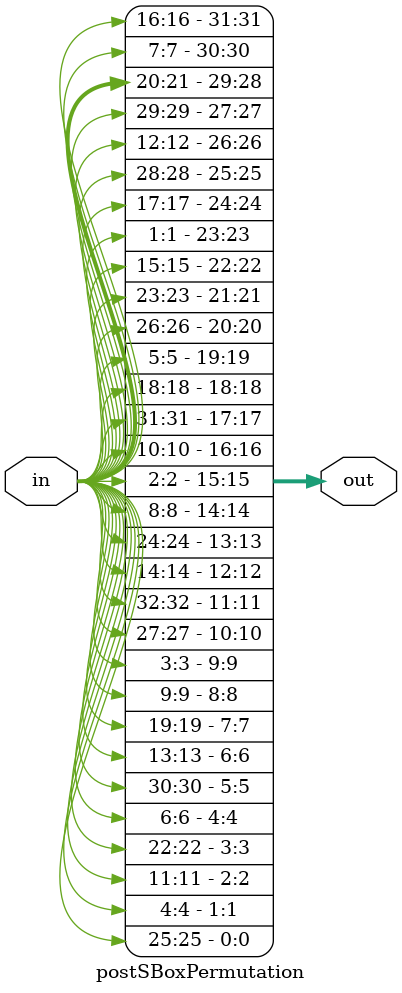
<source format=v>
module postSBoxPermutation (input [1:32] in, output reg [1:32] out);
	 
	always @ (in) begin 
		out[1]<=in[16];
		out[2]<=in[7];
		out[3]<=in[20];
		out[4]<=in[21];
		out[5]<=in[29];
		out[6]<=in[12];
		out[7]<=in[28];
		out[8]<=in[17];
		
		out[9]<=in[1];
		out[10]<=in[15];
		out[11]<=in[23];
		out[12]<=in[26];
		out[13]<=in[5];
		out[14]<=in[18];
		out[15]<=in[31];
		out[16]<=in[10];
		
		out[17]<=in[2];
		out[18]<=in[8];
		out[19]<=in[24];
		out[20]<=in[14];
		out[21]<=in[32];
		out[22]<=in[27];
		out[23]<=in[3];
		out[24]<=in[9];
		
		out[25]<=in[19];
		out[26]<=in[13];
		out[27]<=in[30];
		out[28]<=in[6];
		out[29]<=in[22];
		out[30]<=in[11];
		out[31]<=in[4];
		out[32]<=in[25];
	end
endmodule

</source>
